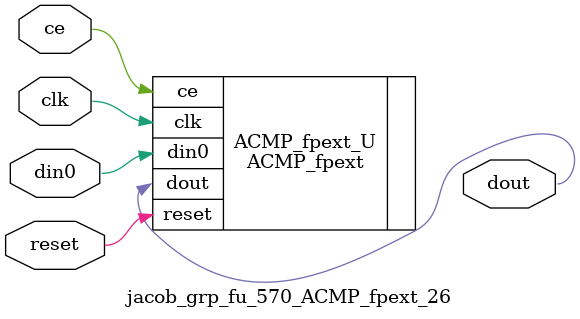
<source format=v>

`timescale 1 ns / 1 ps
module jacob_grp_fu_570_ACMP_fpext_26(
    clk,
    reset,
    ce,
    din0,
    dout);

parameter ID = 32'd1;
parameter NUM_STAGE = 32'd1;
parameter din0_WIDTH = 32'd1;
parameter dout_WIDTH = 32'd1;
input clk;
input reset;
input ce;
input[din0_WIDTH - 1:0] din0;
output[dout_WIDTH - 1:0] dout;



ACMP_fpext #(
.ID( ID ),
.NUM_STAGE( 2 ),
.din0_WIDTH( din0_WIDTH ),
.dout_WIDTH( dout_WIDTH ))
ACMP_fpext_U(
    .clk( clk ),
    .reset( reset ),
    .ce( ce ),
    .din0( din0 ),
    .dout( dout ));

endmodule

</source>
